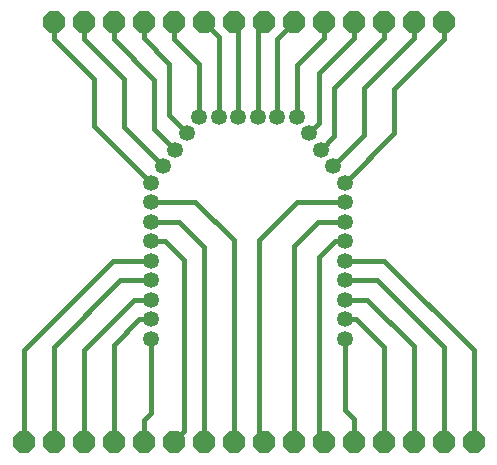
<source format=gbr>
G04 EAGLE Gerber RS-274X export*
G75*
%MOMM*%
%FSLAX34Y34*%
%LPD*%
%INTop Copper*%
%IPPOS*%
%AMOC8*
5,1,8,0,0,1.08239X$1,22.5*%
G01*
%ADD10C,1.350000*%
%ADD11P,1.979475X8X202.500000*%
%ADD12P,1.979475X8X292.500000*%
%ADD13P,1.979475X8X112.500000*%
%ADD14C,0.457200*%


D10*
X130810Y113284D03*
X140970Y259334D03*
X151130Y273304D03*
X161290Y287274D03*
X171450Y301244D03*
X187960Y301244D03*
X204470Y301244D03*
X220980Y301244D03*
X237490Y301244D03*
X254000Y301244D03*
X264160Y287274D03*
X130810Y129794D03*
X274320Y273304D03*
X284480Y259334D03*
X294640Y245364D03*
X294640Y228854D03*
X294640Y212344D03*
X130810Y146304D03*
X130810Y162814D03*
X130810Y179324D03*
X130810Y195834D03*
X130810Y212344D03*
X130810Y228854D03*
X130810Y245364D03*
X294640Y195834D03*
X294640Y179324D03*
X294640Y162814D03*
X294640Y146304D03*
X294640Y129794D03*
X294640Y113284D03*
D11*
X124460Y25908D03*
X99060Y25908D03*
D12*
X73660Y25908D03*
X48260Y25908D03*
X22860Y25908D03*
D13*
X149860Y25908D03*
X175260Y25908D03*
X200660Y25908D03*
X48260Y381254D03*
X73660Y381254D03*
X99060Y381254D03*
X124460Y381254D03*
X149860Y381254D03*
X175260Y381254D03*
X200660Y381254D03*
X226060Y381254D03*
X251460Y381254D03*
X276860Y381254D03*
X302260Y381254D03*
X327660Y381254D03*
X353060Y381254D03*
X378460Y381254D03*
X226060Y25908D03*
X251460Y25908D03*
X276860Y25908D03*
D12*
X403860Y25654D03*
X378460Y25654D03*
X353060Y25654D03*
X327660Y25654D03*
X302260Y25654D03*
D14*
X130810Y50546D02*
X130810Y113284D01*
X124460Y44196D02*
X124460Y25908D01*
X124460Y44196D02*
X130810Y50546D01*
X130810Y129794D02*
X120650Y129794D01*
X99060Y108204D01*
X99060Y25908D01*
X116078Y146304D02*
X130810Y146304D01*
X73660Y103886D02*
X73660Y25908D01*
X73660Y103886D02*
X116078Y146304D01*
X104394Y162814D02*
X130810Y162814D01*
X48260Y106680D02*
X48260Y25908D01*
X48260Y106680D02*
X104394Y162814D01*
X98552Y179324D02*
X130810Y179324D01*
X22860Y103632D02*
X22860Y25908D01*
X22860Y103632D02*
X98552Y179324D01*
X130810Y195834D02*
X142494Y195834D01*
X158750Y179578D01*
X158750Y34798D02*
X149860Y25908D01*
X158750Y34798D02*
X158750Y179578D01*
X154178Y212344D02*
X130810Y212344D01*
X154178Y212344D02*
X175260Y191262D01*
X175260Y25908D01*
X168402Y228854D02*
X130810Y228854D01*
X200660Y196596D02*
X200660Y25908D01*
X200660Y196596D02*
X168402Y228854D01*
X130810Y245364D02*
X82550Y293624D01*
X48260Y367284D02*
X48260Y381254D01*
X82550Y332994D02*
X82550Y293624D01*
X82550Y332994D02*
X48260Y367284D01*
X107950Y292354D02*
X140970Y259334D01*
X107950Y292354D02*
X107950Y332994D01*
X73660Y367284D02*
X73660Y381254D01*
X73660Y367284D02*
X107950Y332994D01*
X133350Y291084D02*
X151130Y273304D01*
X133350Y291084D02*
X133350Y332486D01*
X99060Y366776D02*
X99060Y381254D01*
X99060Y366776D02*
X133350Y332486D01*
X146050Y302514D02*
X161290Y287274D01*
X146050Y302514D02*
X146050Y345948D01*
X124460Y367538D02*
X124460Y381254D01*
X124460Y367538D02*
X146050Y345948D01*
X171450Y345694D02*
X171450Y301244D01*
X149860Y367284D02*
X149860Y381254D01*
X149860Y367284D02*
X171450Y345694D01*
X187960Y368554D02*
X187960Y301244D01*
X187960Y368554D02*
X175260Y381254D01*
X204470Y377444D02*
X204470Y301244D01*
X204470Y377444D02*
X200660Y381254D01*
X220980Y376174D02*
X220980Y301244D01*
X220980Y376174D02*
X226060Y381254D01*
X237490Y367284D02*
X237490Y301244D01*
X237490Y367284D02*
X251460Y381254D01*
X254000Y344932D02*
X254000Y301244D01*
X276860Y367792D02*
X276860Y381254D01*
X276860Y367792D02*
X254000Y344932D01*
X273050Y296164D02*
X264160Y287274D01*
X273050Y296164D02*
X273050Y338328D01*
X302260Y367538D02*
X302260Y381254D01*
X302260Y367538D02*
X273050Y338328D01*
X285750Y284734D02*
X274320Y273304D01*
X285750Y284734D02*
X285750Y325628D01*
X327660Y367538D02*
X327660Y381254D01*
X327660Y367538D02*
X285750Y325628D01*
X311150Y286004D02*
X284480Y259334D01*
X311150Y286004D02*
X311150Y325628D01*
X353060Y367538D02*
X353060Y381254D01*
X353060Y367538D02*
X311150Y325628D01*
X336550Y287274D02*
X294640Y245364D01*
X336550Y287274D02*
X336550Y324866D01*
X378460Y366776D02*
X378460Y381254D01*
X378460Y366776D02*
X336550Y324866D01*
X294640Y228854D02*
X254000Y228854D01*
X222250Y197104D01*
X222250Y29718D01*
X226060Y25908D01*
X272034Y212344D02*
X294640Y212344D01*
X272034Y212344D02*
X251460Y191770D01*
X251460Y25908D01*
X286766Y195834D02*
X294640Y195834D01*
X286766Y195834D02*
X273050Y182118D01*
X273050Y29718D02*
X276860Y25908D01*
X273050Y29718D02*
X273050Y182118D01*
X294640Y179324D02*
X328422Y179324D01*
X403860Y103886D02*
X403860Y25654D01*
X403860Y103886D02*
X328422Y179324D01*
X322326Y162814D02*
X294640Y162814D01*
X378460Y106680D02*
X378460Y25654D01*
X378460Y106680D02*
X322326Y162814D01*
X313944Y146304D02*
X294640Y146304D01*
X353060Y107188D02*
X353060Y25654D01*
X353060Y107188D02*
X313944Y146304D01*
X295148Y130302D02*
X294640Y129794D01*
X295148Y130302D02*
X304038Y130302D01*
X327660Y106680D01*
X327660Y25654D01*
X294640Y53086D02*
X294640Y113284D01*
X302260Y45466D02*
X302260Y25654D01*
X302260Y45466D02*
X294640Y53086D01*
M02*

</source>
